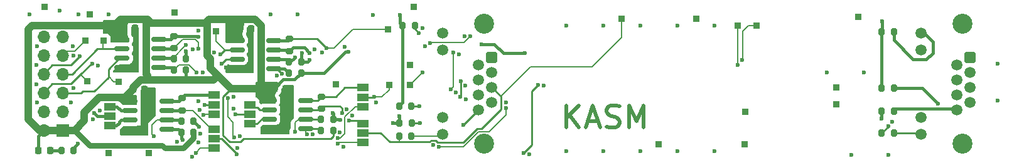
<source format=gbr>
%TF.GenerationSoftware,KiCad,Pcbnew,8.0.1*%
%TF.CreationDate,2024-07-22T07:52:40-07:00*%
%TF.ProjectId,PMOD_differential_driver,504d4f44-5f64-4696-9666-6572656e7469,1*%
%TF.SameCoordinates,Original*%
%TF.FileFunction,Copper,L1,Top*%
%TF.FilePolarity,Positive*%
%FSLAX46Y46*%
G04 Gerber Fmt 4.6, Leading zero omitted, Abs format (unit mm)*
G04 Created by KiCad (PCBNEW 8.0.1) date 2024-07-22 07:52:40*
%MOMM*%
%LPD*%
G01*
G04 APERTURE LIST*
G04 Aperture macros list*
%AMRoundRect*
0 Rectangle with rounded corners*
0 $1 Rounding radius*
0 $2 $3 $4 $5 $6 $7 $8 $9 X,Y pos of 4 corners*
0 Add a 4 corners polygon primitive as box body*
4,1,4,$2,$3,$4,$5,$6,$7,$8,$9,$2,$3,0*
0 Add four circle primitives for the rounded corners*
1,1,$1+$1,$2,$3*
1,1,$1+$1,$4,$5*
1,1,$1+$1,$6,$7*
1,1,$1+$1,$8,$9*
0 Add four rect primitives between the rounded corners*
20,1,$1+$1,$2,$3,$4,$5,0*
20,1,$1+$1,$4,$5,$6,$7,0*
20,1,$1+$1,$6,$7,$8,$9,0*
20,1,$1+$1,$8,$9,$2,$3,0*%
G04 Aperture macros list end*
%ADD10C,0.500000*%
%TA.AperFunction,NonConductor*%
%ADD11C,0.500000*%
%TD*%
%TA.AperFunction,SMDPad,CuDef*%
%ADD12RoundRect,0.200000X0.200000X0.275000X-0.200000X0.275000X-0.200000X-0.275000X0.200000X-0.275000X0*%
%TD*%
%TA.AperFunction,ComponentPad*%
%ADD13R,0.850000X0.850000*%
%TD*%
%TA.AperFunction,SMDPad,CuDef*%
%ADD14R,1.500000X1.000000*%
%TD*%
%TA.AperFunction,SMDPad,CuDef*%
%ADD15RoundRect,0.200000X-0.200000X-0.275000X0.200000X-0.275000X0.200000X0.275000X-0.200000X0.275000X0*%
%TD*%
%TA.AperFunction,ComponentPad*%
%ADD16RoundRect,0.250000X0.500000X-0.500000X0.500000X0.500000X-0.500000X0.500000X-0.500000X-0.500000X0*%
%TD*%
%TA.AperFunction,ComponentPad*%
%ADD17C,1.500000*%
%TD*%
%TA.AperFunction,ComponentPad*%
%ADD18C,2.700000*%
%TD*%
%TA.AperFunction,SMDPad,CuDef*%
%ADD19RoundRect,0.200000X-0.275000X0.200000X-0.275000X-0.200000X0.275000X-0.200000X0.275000X0.200000X0*%
%TD*%
%TA.AperFunction,SMDPad,CuDef*%
%ADD20RoundRect,0.218750X0.218750X0.256250X-0.218750X0.256250X-0.218750X-0.256250X0.218750X-0.256250X0*%
%TD*%
%TA.AperFunction,SMDPad,CuDef*%
%ADD21RoundRect,0.150000X-0.825000X-0.150000X0.825000X-0.150000X0.825000X0.150000X-0.825000X0.150000X0*%
%TD*%
%TA.AperFunction,SMDPad,CuDef*%
%ADD22RoundRect,0.225000X-0.225000X-0.250000X0.225000X-0.250000X0.225000X0.250000X-0.225000X0.250000X0*%
%TD*%
%TA.AperFunction,ComponentPad*%
%ADD23R,1.700000X1.700000*%
%TD*%
%TA.AperFunction,ComponentPad*%
%ADD24O,1.700000X1.700000*%
%TD*%
%TA.AperFunction,ViaPad*%
%ADD25C,0.600000*%
%TD*%
%TA.AperFunction,Conductor*%
%ADD26C,0.254000*%
%TD*%
%TA.AperFunction,Conductor*%
%ADD27C,0.800000*%
%TD*%
%TA.AperFunction,Conductor*%
%ADD28C,1.000000*%
%TD*%
%TA.AperFunction,Conductor*%
%ADD29C,0.400000*%
%TD*%
%TA.AperFunction,Conductor*%
%ADD30C,0.200000*%
%TD*%
%TA.AperFunction,Conductor*%
%ADD31C,0.127000*%
%TD*%
G04 APERTURE END LIST*
D10*
D11*
X190527232Y-74536857D02*
X190527232Y-71536857D01*
X192241518Y-74536857D02*
X190955804Y-72822571D01*
X192241518Y-71536857D02*
X190527232Y-73251142D01*
X193384375Y-73679714D02*
X194812947Y-73679714D01*
X193098661Y-74536857D02*
X194098661Y-71536857D01*
X194098661Y-71536857D02*
X195098661Y-74536857D01*
X195955804Y-74394000D02*
X196384376Y-74536857D01*
X196384376Y-74536857D02*
X197098661Y-74536857D01*
X197098661Y-74536857D02*
X197384376Y-74394000D01*
X197384376Y-74394000D02*
X197527233Y-74251142D01*
X197527233Y-74251142D02*
X197670090Y-73965428D01*
X197670090Y-73965428D02*
X197670090Y-73679714D01*
X197670090Y-73679714D02*
X197527233Y-73394000D01*
X197527233Y-73394000D02*
X197384376Y-73251142D01*
X197384376Y-73251142D02*
X197098661Y-73108285D01*
X197098661Y-73108285D02*
X196527233Y-72965428D01*
X196527233Y-72965428D02*
X196241518Y-72822571D01*
X196241518Y-72822571D02*
X196098661Y-72679714D01*
X196098661Y-72679714D02*
X195955804Y-72394000D01*
X195955804Y-72394000D02*
X195955804Y-72108285D01*
X195955804Y-72108285D02*
X196098661Y-71822571D01*
X196098661Y-71822571D02*
X196241518Y-71679714D01*
X196241518Y-71679714D02*
X196527233Y-71536857D01*
X196527233Y-71536857D02*
X197241518Y-71536857D01*
X197241518Y-71536857D02*
X197670090Y-71679714D01*
X198955804Y-74536857D02*
X198955804Y-71536857D01*
X198955804Y-71536857D02*
X199955804Y-73679714D01*
X199955804Y-73679714D02*
X200955804Y-71536857D01*
X200955804Y-71536857D02*
X200955804Y-74536857D01*
D12*
%TO.P,R22,1*%
%TO.N,Net-(J2-Pad12)*%
X169608934Y-75689997D03*
%TO.P,R22,2*%
%TO.N,/SPI1_SCK_2*%
X167958934Y-75689997D03*
%TD*%
D13*
%TO.P,TP19,1,1*%
%TO.N,/SPI2_SDI*%
X128117600Y-62738000D03*
%TD*%
D14*
%TO.P,JP6,1,A*%
%TO.N,/SPI2_SCK_B*%
X142975400Y-74752200D03*
%TO.P,JP6,2,C*%
%TO.N,/SPI2_SCK_2*%
X142975400Y-76052200D03*
%TO.P,JP6,3,B*%
%TO.N,/SPI2_SCK_Z*%
X142975400Y-77352200D03*
%TD*%
D13*
%TO.P,TP13,1,1*%
%TO.N,/SPI1_~{CS}*%
X120142000Y-58166000D03*
%TD*%
D14*
%TO.P,JP3,1,A*%
%TO.N,/SPI1_SCK_A*%
X163088400Y-69134200D03*
%TO.P,JP3,2,C*%
%TO.N,/SPI1_SCK_1*%
X163088400Y-70434200D03*
%TO.P,JP3,3,B*%
%TO.N,/SPI1_SCK_Y*%
X163088400Y-71734200D03*
%TD*%
D12*
%TO.P,R7,1*%
%TO.N,GND*%
X159087400Y-73449200D03*
%TO.P,R7,2*%
%TO.N,/SPI1_SCK_Z*%
X157437400Y-73449200D03*
%TD*%
D13*
%TO.P,TP15,1,1*%
%TO.N,/SPI1_SDI*%
X143256000Y-61468000D03*
%TD*%
%TO.P,TP10,1,1*%
%TO.N,/SPI2_SCK_1*%
X226923600Y-69088000D03*
%TD*%
%TO.P,TP26,1,1*%
%TO.N,GND*%
X208076800Y-59791600D03*
%TD*%
D12*
%TO.P,R10,1*%
%TO.N,GND*%
X139217200Y-65227200D03*
%TO.P,R10,2*%
%TO.N,/SPI2_SDO_Z*%
X137567200Y-65227200D03*
%TD*%
D13*
%TO.P,TP17,1,1*%
%TO.N,/SPI2_~{CS}*%
X126238000Y-59182000D03*
%TD*%
%TO.P,TP25,1,1*%
%TO.N,GND*%
X214553800Y-76784200D03*
%TD*%
D15*
%TO.P,R12,1*%
%TO.N,GND*%
X233045000Y-72331599D03*
%TO.P,R12,2*%
%TO.N,Net-(J3-Pad8)*%
X234695000Y-72331599D03*
%TD*%
D13*
%TO.P,TP1,1,1*%
%TO.N,/SPI1_SDI_A*%
X166497000Y-61188600D03*
%TD*%
D16*
%TO.P,J2,1*%
%TO.N,/SPI1_SDI_A*%
X180469933Y-65009998D03*
D17*
%TO.P,J2,2*%
%TO.N,/SPI1_SDI_B*%
X178689933Y-66029998D03*
%TO.P,J2,3*%
%TO.N,/SPI1_SDO_Z*%
X180469933Y-67049998D03*
%TO.P,J2,4*%
%TO.N,/SPI1_SCK_1*%
X178689933Y-68069998D03*
%TO.P,J2,5*%
%TO.N,/SPI1_SCK_2*%
X180469933Y-69089998D03*
%TO.P,J2,6*%
%TO.N,/SPI1_SDO_Y*%
X178689933Y-70109998D03*
%TO.P,J2,7*%
%TO.N,Net-(J2-Pad7)*%
X180469933Y-71129998D03*
%TO.P,J2,8*%
%TO.N,Net-(J2-Pad8)*%
X178689933Y-72149998D03*
%TO.P,J2,9*%
%TO.N,Net-(J2-Pad9)*%
X173869933Y-61719998D03*
%TO.P,J2,10*%
%TO.N,+3V3*%
X173869933Y-64009998D03*
%TO.P,J2,11*%
%TO.N,GND*%
X173869933Y-73149998D03*
%TO.P,J2,12*%
%TO.N,Net-(J2-Pad12)*%
X173869933Y-75439998D03*
D18*
%TO.P,J2,SH*%
%TO.N,GND*%
X179449933Y-60449998D03*
X179449933Y-76709998D03*
%TD*%
D13*
%TO.P,TP4,1,1*%
%TO.N,/SPI1_SCK_1*%
X166598600Y-68732400D03*
%TD*%
D19*
%TO.P,R19,1*%
%TO.N,/SPI1_SCK_A*%
X157500400Y-70338200D03*
%TO.P,R19,2*%
%TO.N,/SPI1_SCK_B*%
X157500400Y-71988200D03*
%TD*%
D20*
%TO.P,D1,1,K*%
%TO.N,Net-(D1-K)*%
X120908950Y-77622400D03*
%TO.P,D1,2,A*%
%TO.N,+3V3*%
X119333950Y-77622400D03*
%TD*%
D21*
%TO.P,U3,1,VCC*%
%TO.N,+3V3*%
X130594400Y-62610800D03*
%TO.P,U3,2,RO*%
%TO.N,/SPI2_SDI*%
X130594400Y-63880800D03*
%TO.P,U3,3,DI*%
%TO.N,/SPI2_SDO*%
X130594400Y-65150800D03*
%TO.P,U3,4,GND*%
%TO.N,GND*%
X130594400Y-66420800D03*
%TO.P,U3,5,Y*%
%TO.N,/SPI2_SDO_Y*%
X135544400Y-66420800D03*
%TO.P,U3,6,Z*%
%TO.N,/SPI2_SDO_Z*%
X135544400Y-65150800D03*
%TO.P,U3,7,B*%
%TO.N,/SPI2_SDI_B*%
X135544400Y-63880800D03*
%TO.P,U3,8,A*%
%TO.N,/SPI2_SDI_A*%
X135544400Y-62610800D03*
%TD*%
D22*
%TO.P,C2,1*%
%TO.N,+3V3*%
X151104000Y-69270400D03*
%TO.P,C2,2*%
%TO.N,GND*%
X152654000Y-69270400D03*
%TD*%
D13*
%TO.P,TP3,1,1*%
%TO.N,/SPI1_SDO_Z*%
X169392600Y-68757800D03*
%TD*%
%TO.P,TP18,1,1*%
%TO.N,/SPI2_SCK*%
X125653800Y-62738000D03*
%TD*%
%TO.P,TP24,1,1*%
%TO.N,GND*%
X202971400Y-76784200D03*
%TD*%
%TO.P,TP5,1,1*%
%TO.N,/SPI1_SCK_2*%
X197967600Y-59791600D03*
%TD*%
D14*
%TO.P,JP5,1,A*%
%TO.N,/SPI2_SCK_A*%
X142975400Y-70150200D03*
%TO.P,JP5,2,C*%
%TO.N,/SPI2_SCK_1*%
X142975400Y-71450200D03*
%TO.P,JP5,3,B*%
%TO.N,/SPI2_SCK_Y*%
X142975400Y-72750200D03*
%TD*%
D22*
%TO.P,C1,1*%
%TO.N,+3V3*%
X146455800Y-61137800D03*
%TO.P,C1,2*%
%TO.N,GND*%
X148005800Y-61137800D03*
%TD*%
D19*
%TO.P,R3,1*%
%TO.N,/SPI1_SDI_A*%
X153162000Y-62527200D03*
%TO.P,R3,2*%
%TO.N,/SPI1_SDI_B*%
X153162000Y-64177200D03*
%TD*%
D15*
%TO.P,R13,1*%
%TO.N,/SPI2_SCK_Y*%
X138581200Y-75163200D03*
%TO.P,R13,2*%
%TO.N,+3V3*%
X140231200Y-75163200D03*
%TD*%
%TO.P,R9,1*%
%TO.N,/SPI2_SDO_Y*%
X137567200Y-66751200D03*
%TO.P,R9,2*%
%TO.N,+3V3*%
X139217200Y-66751200D03*
%TD*%
D21*
%TO.P,U1,1,VCC*%
%TO.N,+3V3*%
X146115000Y-62717200D03*
%TO.P,U1,2,RO*%
%TO.N,/SPI1_SDI*%
X146115000Y-63987200D03*
%TO.P,U1,3,DI*%
%TO.N,/SPI1_SDO*%
X146115000Y-65257200D03*
%TO.P,U1,4,GND*%
%TO.N,GND*%
X146115000Y-66527200D03*
%TO.P,U1,5,Y*%
%TO.N,/SPI1_SDO_Y*%
X151065000Y-66527200D03*
%TO.P,U1,6,Z*%
%TO.N,/SPI1_SDO_Z*%
X151065000Y-65257200D03*
%TO.P,U1,7,B*%
%TO.N,/SPI1_SDI_B*%
X151065000Y-63987200D03*
%TO.P,U1,8,A*%
%TO.N,/SPI1_SDI_A*%
X151065000Y-62717200D03*
%TD*%
D13*
%TO.P,TP12,1,1*%
%TO.N,/SPI2_SDO_Y*%
X214655400Y-72415400D03*
%TD*%
%TO.P,TP9,1,1*%
%TO.N,/SPI2_SDO_Z*%
X229895400Y-59563000D03*
%TD*%
D23*
%TO.P,J1,1,Pin_1*%
%TO.N,+3V3*%
X122632600Y-74930000D03*
D24*
%TO.P,J1,2,Pin_2*%
%TO.N,GND*%
X122632600Y-72390000D03*
%TO.P,J1,3,Pin_3*%
%TO.N,/SPI2_SDO*%
X122632600Y-69850000D03*
%TO.P,J1,4,Pin_4*%
%TO.N,/SPI2_SDI*%
X122632600Y-67310000D03*
%TO.P,J1,5,Pin_5*%
%TO.N,/SPI2_SCK*%
X122632600Y-64770000D03*
%TO.P,J1,6,Pin_6*%
%TO.N,/SPI2_~{CS}*%
X122632600Y-62230000D03*
%TO.P,J1,7,Pin_7*%
%TO.N,+3V3*%
X120092600Y-74930000D03*
%TO.P,J1,8,Pin_8*%
%TO.N,GND*%
X120092600Y-72390000D03*
%TO.P,J1,9,Pin_9*%
%TO.N,/SPI1_SDO*%
X120092600Y-69850000D03*
%TO.P,J1,10,Pin_10*%
%TO.N,/SPI1_SDI*%
X120092600Y-67310000D03*
%TO.P,J1,11,Pin_11*%
%TO.N,/SPI1_SCK*%
X120092600Y-64770000D03*
%TO.P,J1,12,Pin_12*%
%TO.N,/SPI1_~{CS}*%
X120092600Y-62230000D03*
%TD*%
D13*
%TO.P,TP2,1,1*%
%TO.N,/SPI1_SDI_B*%
X169443400Y-66065400D03*
%TD*%
%TO.P,TP21,1,1*%
%TO.N,GND*%
X137693400Y-58928000D03*
%TD*%
%TO.P,TP7,1,1*%
%TO.N,/SPI2_SDI_A*%
X216154000Y-60731400D03*
%TD*%
D14*
%TO.P,JP2,1,A*%
%TO.N,Net-(JP2-A)*%
X128940400Y-71704200D03*
%TO.P,JP2,2,C*%
%TO.N,/SPI2_SCK*%
X128940400Y-73004200D03*
%TO.P,JP2,3,B*%
%TO.N,Net-(JP2-B)*%
X128940400Y-74304200D03*
%TD*%
%TO.P,JP1,1,A*%
%TO.N,Net-(JP1-A)*%
X147848400Y-71450200D03*
%TO.P,JP1,2,C*%
%TO.N,/SPI1_SCK*%
X147848400Y-72750200D03*
%TO.P,JP1,3,B*%
%TO.N,Net-(JP1-B)*%
X147848400Y-74050200D03*
%TD*%
D12*
%TO.P,R14,1*%
%TO.N,GND*%
X140231200Y-73639200D03*
%TO.P,R14,2*%
%TO.N,/SPI2_SCK_Z*%
X138581200Y-73639200D03*
%TD*%
D15*
%TO.P,R2,1*%
%TO.N,GND*%
X168021934Y-73911997D03*
%TO.P,R2,2*%
%TO.N,Net-(J2-Pad8)*%
X169671934Y-73911997D03*
%TD*%
D12*
%TO.P,R11,1*%
%TO.N,Net-(J3-Pad7)*%
X234695000Y-69214999D03*
%TO.P,R11,2*%
%TO.N,/SPI2_~{CS}*%
X233045000Y-69214999D03*
%TD*%
D13*
%TO.P,TP14,1,1*%
%TO.N,/SPI1_SCK*%
X128803400Y-78003400D03*
%TD*%
D14*
%TO.P,JP4,1,A*%
%TO.N,/SPI1_SCK_B*%
X163088400Y-73990200D03*
%TO.P,JP4,2,C*%
%TO.N,/SPI1_SCK_2*%
X163088400Y-75290200D03*
%TO.P,JP4,3,B*%
%TO.N,/SPI1_SCK_Z*%
X163088400Y-76590200D03*
%TD*%
D19*
%TO.P,R8,1*%
%TO.N,/SPI2_SDI_A*%
X137630200Y-62116200D03*
%TO.P,R8,2*%
%TO.N,/SPI2_SDI_B*%
X137630200Y-63766200D03*
%TD*%
D13*
%TO.P,TP6,1,1*%
%TO.N,/SPI1_SDO_Y*%
X159435800Y-68707000D03*
%TD*%
D22*
%TO.P,C3,1*%
%TO.N,+3V3*%
X130759200Y-61036200D03*
%TO.P,C3,2*%
%TO.N,GND*%
X132309200Y-61036200D03*
%TD*%
D12*
%TO.P,R4,1*%
%TO.N,GND*%
X154749000Y-65638200D03*
%TO.P,R4,2*%
%TO.N,/SPI1_SDO_Z*%
X153099000Y-65638200D03*
%TD*%
D22*
%TO.P,C4,1*%
%TO.N,+3V3*%
X132054000Y-69372000D03*
%TO.P,C4,2*%
%TO.N,GND*%
X133604000Y-69372000D03*
%TD*%
D13*
%TO.P,TP23,1,1*%
%TO.N,GND*%
X169951400Y-58191400D03*
%TD*%
D21*
%TO.P,U4,1,VCC*%
%TO.N,+3V3*%
X131672400Y-70972200D03*
%TO.P,U4,2,RO*%
%TO.N,Net-(JP2-A)*%
X131672400Y-72242200D03*
%TO.P,U4,3,DI*%
%TO.N,Net-(JP2-B)*%
X131672400Y-73512200D03*
%TO.P,U4,4,GND*%
%TO.N,GND*%
X131672400Y-74782200D03*
%TO.P,U4,5,Y*%
%TO.N,/SPI2_SCK_Y*%
X136622400Y-74782200D03*
%TO.P,U4,6,Z*%
%TO.N,/SPI2_SCK_Z*%
X136622400Y-73512200D03*
%TO.P,U4,7,B*%
%TO.N,/SPI2_SCK_B*%
X136622400Y-72242200D03*
%TO.P,U4,8,A*%
%TO.N,/SPI2_SCK_A*%
X136622400Y-70972200D03*
%TD*%
D13*
%TO.P,TP8,1,1*%
%TO.N,/SPI2_SDI_B*%
X213639400Y-60731400D03*
%TD*%
%TO.P,TP16,1,1*%
%TO.N,/SPI1_SDO*%
X125933200Y-68275200D03*
%TD*%
D21*
%TO.P,U2,1,VCC*%
%TO.N,+3V3*%
X150453400Y-70845200D03*
%TO.P,U2,2,RO*%
%TO.N,Net-(JP1-A)*%
X150453400Y-72115200D03*
%TO.P,U2,3,DI*%
%TO.N,Net-(JP1-B)*%
X150453400Y-73385200D03*
%TO.P,U2,4,GND*%
%TO.N,GND*%
X150453400Y-74655200D03*
%TO.P,U2,5,Y*%
%TO.N,/SPI1_SCK_Y*%
X155403400Y-74655200D03*
%TO.P,U2,6,Z*%
%TO.N,/SPI1_SCK_Z*%
X155403400Y-73385200D03*
%TO.P,U2,7,B*%
%TO.N,/SPI1_SCK_B*%
X155403400Y-72115200D03*
%TO.P,U2,8,A*%
%TO.N,/SPI1_SCK_A*%
X155403400Y-70845200D03*
%TD*%
D15*
%TO.P,R21,1*%
%TO.N,/SPI1_~{CS}*%
X168440600Y-60756800D03*
%TO.P,R21,2*%
%TO.N,Net-(J2-Pad9)*%
X170090600Y-60756800D03*
%TD*%
%TO.P,R6,1*%
%TO.N,/SPI1_SCK_Y*%
X157437400Y-74973200D03*
%TO.P,R6,2*%
%TO.N,+3V3*%
X159087400Y-74973200D03*
%TD*%
%TO.P,R24,1*%
%TO.N,/SPI2_~{CS}*%
X233045000Y-61595000D03*
%TO.P,R24,2*%
%TO.N,Net-(J3-Pad9)*%
X234695000Y-61595000D03*
%TD*%
D12*
%TO.P,R23,1*%
%TO.N,Net-(J3-Pad12)*%
X234695000Y-75310999D03*
%TO.P,R23,2*%
%TO.N,/SPI2_SCK_2*%
X233045000Y-75310999D03*
%TD*%
D19*
%TO.P,R20,1*%
%TO.N,/SPI2_SCK_A*%
X138657400Y-70553600D03*
%TO.P,R20,2*%
%TO.N,/SPI2_SCK_B*%
X138657400Y-72203600D03*
%TD*%
D15*
%TO.P,R5,1*%
%TO.N,/SPI1_SDO_Y*%
X153099000Y-67162200D03*
%TO.P,R5,2*%
%TO.N,+3V3*%
X154749000Y-67162200D03*
%TD*%
D16*
%TO.P,J3,1*%
%TO.N,/SPI2_SDI_A*%
X244916000Y-65009997D03*
D17*
%TO.P,J3,2*%
%TO.N,/SPI2_SDI_B*%
X243136000Y-66029997D03*
%TO.P,J3,3*%
%TO.N,/SPI2_SDO_Z*%
X244916000Y-67049997D03*
%TO.P,J3,4*%
%TO.N,/SPI2_SCK_1*%
X243136000Y-68069997D03*
%TO.P,J3,5*%
%TO.N,/SPI2_SCK_2*%
X244916000Y-69089997D03*
%TO.P,J3,6*%
%TO.N,/SPI2_SDO_Y*%
X243136000Y-70109998D03*
%TO.P,J3,7*%
%TO.N,Net-(J3-Pad7)*%
X244916000Y-71129998D03*
%TO.P,J3,8*%
%TO.N,Net-(J3-Pad8)*%
X243136000Y-72149996D03*
%TO.P,J3,9*%
%TO.N,Net-(J3-Pad9)*%
X238316000Y-61719997D03*
%TO.P,J3,10*%
%TO.N,+3V3*%
X238316000Y-64009997D03*
%TO.P,J3,11*%
%TO.N,GND*%
X238316000Y-73149997D03*
%TO.P,J3,12*%
%TO.N,Net-(J3-Pad12)*%
X238316000Y-75439997D03*
D18*
%TO.P,J3,SH*%
%TO.N,GND*%
X243896000Y-60449997D03*
X243896000Y-76709997D03*
%TD*%
D13*
%TO.P,TP22,1,1*%
%TO.N,GND*%
X134188200Y-77978000D03*
%TD*%
D12*
%TO.P,R15,1*%
%TO.N,GND*%
X124073050Y-77622400D03*
%TO.P,R15,2*%
%TO.N,Net-(D1-K)*%
X122423050Y-77622400D03*
%TD*%
%TO.P,R1,1*%
%TO.N,Net-(J2-Pad7)*%
X169608934Y-71625996D03*
%TO.P,R1,2*%
%TO.N,/SPI1_~{CS}*%
X167958934Y-71625996D03*
%TD*%
D13*
%TO.P,TP20,1,1*%
%TO.N,/SPI2_SDO*%
X130149600Y-68300600D03*
%TD*%
%TO.P,TP11,1,1*%
%TO.N,/SPI2_SCK_2*%
X226949000Y-71374000D03*
%TD*%
D25*
%TO.N,/SPI1_SCK*%
X145897600Y-72745600D03*
%TO.N,+3V3*%
X161163000Y-64262000D03*
X179095400Y-63238000D03*
X184912000Y-64473200D03*
%TO.N,/SPI2_SCK*%
X126873000Y-72593200D03*
%TO.N,Net-(J2-Pad7)*%
X170662600Y-71653400D03*
%TO.N,/SPI1_SDO_Z*%
X153924000Y-64998600D03*
X171094400Y-67049998D03*
%TO.N,/SPI1_SCK_1*%
X176199800Y-70358000D03*
X164592000Y-70408800D03*
X176326800Y-68249800D03*
%TO.N,Net-(J2-Pad8)*%
X170764200Y-73888600D03*
X176664465Y-74175465D03*
%TO.N,Net-(J2-Pad9)*%
X170637200Y-61722000D03*
%TO.N,/SPI1_SDI_A*%
X158164656Y-63755144D03*
%TO.N,GND*%
X210500000Y-77724000D03*
X133172200Y-74625200D03*
X157599344Y-64321207D03*
X234451261Y-73735997D03*
X160919194Y-72058100D03*
X151942800Y-74396600D03*
X159987400Y-75209400D03*
X119075200Y-66065400D03*
X233934000Y-78232000D03*
X155903006Y-65380367D03*
X151447734Y-67514699D03*
X123977400Y-63474600D03*
X146474508Y-75692503D03*
X122174000Y-58674000D03*
X205500000Y-77724000D03*
X147574000Y-66217800D03*
X200500000Y-77724000D03*
X230632000Y-67056000D03*
X132207000Y-62026800D03*
X144642510Y-66354099D03*
X182364000Y-71132797D03*
X140952211Y-74415362D03*
X119049800Y-68656200D03*
X152120600Y-70180200D03*
X143052800Y-64363600D03*
X176771397Y-62169997D03*
X123698000Y-71094600D03*
X145639306Y-70349779D03*
X141144907Y-75389064D03*
X132054600Y-66090800D03*
X133426200Y-70383400D03*
X146174906Y-77324844D03*
X154254200Y-59182000D03*
X190500000Y-77724000D03*
X119100600Y-71145400D03*
X154832907Y-64470921D03*
X159020736Y-72613168D03*
X159994600Y-73482200D03*
X156550348Y-63957624D03*
X176000131Y-64621306D03*
X147980400Y-62128400D03*
X248666000Y-65866000D03*
X171086427Y-61060034D03*
X141092966Y-72169849D03*
X141464193Y-67057222D03*
X150622000Y-59182000D03*
X145600487Y-72002816D03*
X195500000Y-77724000D03*
X210500000Y-60706000D03*
X119151400Y-63550800D03*
X175590200Y-69773800D03*
X124079000Y-69164200D03*
X176963386Y-70736999D03*
X228934000Y-78232000D03*
X160470163Y-77153700D03*
X248666000Y-70866000D03*
X168021000Y-72974200D03*
X124714000Y-59182000D03*
X161636685Y-72933875D03*
X124071879Y-64778108D03*
X176914873Y-68876800D03*
X137997497Y-76443000D03*
X233045000Y-73304400D03*
X200500000Y-60706000D03*
X225632000Y-67056000D03*
X185515901Y-78198942D03*
X167108603Y-73911997D03*
X118110000Y-59182000D03*
X140122169Y-63949297D03*
X164899693Y-71147264D03*
X172532025Y-76930636D03*
X140023313Y-78518287D03*
X140921844Y-70994831D03*
X139192000Y-64185800D03*
X171444854Y-63522234D03*
X127352676Y-66116836D03*
X195500000Y-60706000D03*
X164465000Y-59309000D03*
X205500000Y-60706000D03*
X128778000Y-59182000D03*
X140935200Y-61404597D03*
X140914430Y-76584830D03*
X160653740Y-63563721D03*
X124675900Y-76746100D03*
X126695200Y-73406000D03*
X187501500Y-68858412D03*
X190500000Y-60706000D03*
X127584200Y-72212200D03*
X156327349Y-75447432D03*
%TO.N,/SPI1_SDO_Y*%
X152196800Y-67233800D03*
%TO.N,/SPI1_SDI_B*%
X155918982Y-64448929D03*
%TO.N,/SPI1_SDO*%
X126585093Y-65891400D03*
X143992600Y-65887600D03*
%TO.N,/SPI1_SDI*%
X124866400Y-64871600D03*
X143840200Y-64592200D03*
%TO.N,/SPI1_~{CS}*%
X168046400Y-59258200D03*
%TO.N,/SPI2_~{CS}*%
X233095800Y-60147200D03*
%TO.N,/SPI2_SCK_Y*%
X141564445Y-72816155D03*
X138758803Y-76198603D03*
%TO.N,/SPI2_SCK_Z*%
X134899400Y-75666600D03*
X140589000Y-77952600D03*
%TO.N,/SPI2_SDI_B*%
X174920623Y-69335999D03*
X140935200Y-63893645D03*
X175234600Y-64389000D03*
X213614000Y-66029997D03*
%TO.N,/SPI2_SDI_A*%
X214202900Y-65402997D03*
X140935200Y-62204600D03*
%TO.N,Net-(J3-Pad7)*%
X240614200Y-71299997D03*
%TO.N,/SPI2_SDO_Z*%
X177571400Y-62169997D03*
X139192000Y-63385797D03*
X172135800Y-63119000D03*
%TO.N,/SPI2_SDO_Y*%
X182364000Y-71932800D03*
X144872356Y-70577356D03*
X173304200Y-77139800D03*
X145694400Y-75869800D03*
X140665200Y-67097400D03*
%TO.N,/SPI1_SCK_Z*%
X159718428Y-76745927D03*
X153949400Y-75133200D03*
%TO.N,/SPI1_SCK_Y*%
X159677701Y-75946962D03*
X155515303Y-75432296D03*
%TO.N,/SPI1_SCK_B*%
X160324800Y-72593200D03*
X161218500Y-73615876D03*
%TO.N,/SPI2_SCK_1*%
X186690000Y-68783200D03*
X141732000Y-71450200D03*
X184734200Y-78028800D03*
%TO.N,/SPI2_SCK_2*%
X146075400Y-78122500D03*
X233934000Y-74362997D03*
%TD*%
D26*
%TO.N,/SPI1_SCK*%
X147843800Y-72745600D02*
X147848400Y-72750200D01*
X145897600Y-72745600D02*
X147843800Y-72745600D01*
D27*
%TO.N,+3V3*%
X126212600Y-76936600D02*
X124206000Y-74930000D01*
D28*
X145292600Y-69270400D02*
X149682200Y-69270400D01*
X143522700Y-67500500D02*
X142671800Y-66649600D01*
D29*
X179095400Y-63238000D02*
X180814600Y-63238000D01*
D28*
X117932200Y-61214000D02*
X118466200Y-60680000D01*
D29*
X160702800Y-64262000D02*
X157802600Y-67162200D01*
X180814600Y-63238000D02*
X182049800Y-64473200D01*
D28*
X119950000Y-74930000D02*
X122490000Y-74930000D01*
D26*
X156066205Y-76073000D02*
X146980723Y-76073000D01*
D28*
X125526800Y-72466200D02*
X125526800Y-73609200D01*
X132054000Y-69372000D02*
X132054000Y-69132618D01*
X130359400Y-59861200D02*
X134035800Y-59861200D01*
X142925800Y-68097400D02*
X143522700Y-67500500D01*
D29*
X154749000Y-67162200D02*
X153874000Y-68037200D01*
D28*
X119456200Y-74930000D02*
X117932200Y-73406000D01*
D29*
X139217200Y-66751200D02*
X139217200Y-67741600D01*
D26*
X146980723Y-76073000D02*
X146556923Y-76496800D01*
X158748568Y-76074432D02*
X156067637Y-76074432D01*
D28*
X130403000Y-60680000D02*
X130759200Y-61036200D01*
D26*
X145102200Y-76496800D02*
X144229200Y-75623800D01*
D28*
X129768600Y-60680000D02*
X129768600Y-60452000D01*
X142468600Y-65193614D02*
X142468600Y-66446400D01*
X117932200Y-73406000D02*
X117932200Y-61214000D01*
X142316200Y-59861200D02*
X142052800Y-60124600D01*
D29*
X119333950Y-75688650D02*
X120092600Y-74930000D01*
D27*
X136372600Y-77343000D02*
X135966200Y-76936600D01*
D28*
X132054000Y-69132618D02*
X133089218Y-68097400D01*
X134035800Y-68097400D02*
X134035800Y-67462400D01*
X149390000Y-60732618D02*
X149390000Y-68978200D01*
X129768600Y-60452000D02*
X130359400Y-59861200D01*
X134035800Y-67462400D02*
X133869400Y-67296000D01*
X127533400Y-70459600D02*
X125526800Y-72466200D01*
D30*
X131159800Y-70459600D02*
X131672400Y-70972200D01*
D26*
X159087400Y-74973200D02*
X159087400Y-75735600D01*
D29*
X119333950Y-77622400D02*
X119333950Y-75688650D01*
D28*
X130966400Y-70459600D02*
X127533400Y-70459600D01*
D27*
X135966200Y-76936600D02*
X126212600Y-76936600D01*
D29*
X157802600Y-67162200D02*
X154749000Y-67162200D01*
D28*
X125526800Y-73609200D02*
X124206000Y-74930000D01*
D30*
X130966400Y-70459600D02*
X131159800Y-70459600D01*
D29*
X161163000Y-64262000D02*
X160702800Y-64262000D01*
D28*
X119950000Y-74930000D02*
X119456200Y-74930000D01*
D26*
X159087400Y-75735600D02*
X158748568Y-76074432D01*
D29*
X153874000Y-68037200D02*
X152337200Y-68037200D01*
X182049800Y-64473200D02*
X184912000Y-64473200D01*
D28*
X142316200Y-59861200D02*
X145179200Y-59861200D01*
X142052800Y-64777814D02*
X142468600Y-65193614D01*
X133869400Y-67296000D02*
X133869400Y-60027600D01*
X118466200Y-60680000D02*
X129768600Y-60680000D01*
X134035800Y-68097400D02*
X142925800Y-68097400D01*
X124206000Y-74930000D02*
X122490000Y-74930000D01*
X145179200Y-59861200D02*
X148518582Y-59861200D01*
X149390000Y-68978200D02*
X149682200Y-69270400D01*
X134550400Y-60375800D02*
X141801600Y-60375800D01*
X129768600Y-60680000D02*
X130403000Y-60680000D01*
D26*
X144229200Y-70333800D02*
X145292600Y-69270400D01*
D28*
X142468600Y-66446400D02*
X142671800Y-66649600D01*
X145179200Y-59861200D02*
X146455800Y-61137800D01*
X134035800Y-59861200D02*
X134550400Y-60375800D01*
D26*
X144229200Y-75623800D02*
X144229200Y-70333800D01*
X156067637Y-76074432D02*
X156066205Y-76073000D01*
D28*
X132054000Y-69372000D02*
X130966400Y-70459600D01*
D27*
X140231200Y-75163200D02*
X140231200Y-75999000D01*
D26*
X146556923Y-76496800D02*
X145102200Y-76496800D01*
D29*
X152337200Y-68037200D02*
X151104000Y-69270400D01*
D27*
X140231200Y-75999000D02*
X138887200Y-77343000D01*
X138887200Y-77343000D02*
X136372600Y-77343000D01*
D28*
X142671800Y-66649600D02*
X145292600Y-69270400D01*
X149682200Y-69270400D02*
X151104000Y-69270400D01*
X142052800Y-60124600D02*
X142052800Y-64777814D01*
D29*
X139217200Y-67741600D02*
X139217400Y-67741800D01*
D28*
X133089218Y-68097400D02*
X134035800Y-68097400D01*
X141801600Y-60375800D02*
X142316200Y-59861200D01*
X148518582Y-59861200D02*
X149390000Y-60732618D01*
X133869400Y-60027600D02*
X134035800Y-59861200D01*
D29*
%TO.N,/SPI2_SCK*%
X127284000Y-73004200D02*
X128940400Y-73004200D01*
D30*
X123224492Y-64178108D02*
X124188292Y-64178108D01*
D29*
X126873000Y-72593200D02*
X127284000Y-73004200D01*
D30*
X124188292Y-64178108D02*
X125374400Y-62992000D01*
X122632600Y-64770000D02*
X123224492Y-64178108D01*
D26*
%TO.N,Net-(J2-Pad7)*%
X169608934Y-71625996D02*
X170635196Y-71625996D01*
X170635196Y-71625996D02*
X170662600Y-71653400D01*
D31*
%TO.N,/SPI1_SDO_Z*%
X171094400Y-67056000D02*
X169392600Y-68757800D01*
D29*
X151065000Y-65257200D02*
X152718000Y-65257200D01*
D31*
X153284400Y-65638200D02*
X153099000Y-65638200D01*
X171094400Y-67049998D02*
X171094400Y-67056000D01*
D29*
X152718000Y-65257200D02*
X153099000Y-65638200D01*
X153924000Y-64998600D02*
X153284400Y-65638200D01*
D26*
%TO.N,/SPI1_SCK_1*%
X176199800Y-70358000D02*
X176250600Y-70307200D01*
X176250600Y-70307200D02*
X176250600Y-68326000D01*
D31*
X164592000Y-70408800D02*
X165608000Y-70408800D01*
D26*
X176250600Y-68326000D02*
X176326800Y-68249800D01*
D31*
X165608000Y-70408800D02*
X166598600Y-69418200D01*
D26*
X164566600Y-70434200D02*
X164592000Y-70408800D01*
X163088400Y-70434200D02*
X164566600Y-70434200D01*
D31*
X166598600Y-69418200D02*
X166598600Y-68732400D01*
D26*
%TO.N,Net-(J2-Pad8)*%
X170740803Y-73911997D02*
X170764200Y-73888600D01*
X169671934Y-73911997D02*
X170740803Y-73911997D01*
X176664465Y-74175465D02*
X178689933Y-72149997D01*
%TO.N,Net-(J2-Pad9)*%
X170090600Y-60756800D02*
X170090600Y-61175400D01*
X170090600Y-61175400D02*
X170637200Y-61722000D01*
D29*
%TO.N,/SPI1_SDI_A*%
X151065000Y-62717200D02*
X152972000Y-62717200D01*
D26*
X158164656Y-63755144D02*
X156936712Y-62527200D01*
D31*
X158164656Y-63755144D02*
X159155256Y-63755144D01*
D26*
X156936712Y-62527200D02*
X153162000Y-62527200D01*
D31*
X159155256Y-63755144D02*
X161721800Y-61188600D01*
D29*
X152972000Y-62717200D02*
X153162000Y-62527200D01*
D31*
X161721800Y-61188600D02*
X166497000Y-61188600D01*
D29*
%TO.N,GND*%
X124675900Y-76746100D02*
X124073050Y-77348950D01*
X168021934Y-73911997D02*
X168021934Y-72975134D01*
X168021934Y-72975134D02*
X168021000Y-72974200D01*
X140231200Y-73694351D02*
X140231200Y-73639200D01*
X159087400Y-72679832D02*
X159020736Y-72613168D01*
X159087400Y-73449200D02*
X159087400Y-72679832D01*
X139217200Y-64211000D02*
X139192000Y-64185800D01*
X233045000Y-72331599D02*
X233045000Y-73304400D01*
X139217200Y-65227200D02*
X139217200Y-64211000D01*
X167108603Y-73911997D02*
X168021934Y-73911997D01*
X124073050Y-77348950D02*
X124073050Y-77622400D01*
X154749000Y-64554828D02*
X154749000Y-65638200D01*
X155645173Y-65638200D02*
X154749000Y-65638200D01*
X155903006Y-65380367D02*
X155645173Y-65638200D01*
X159087400Y-73449200D02*
X159961600Y-73449200D01*
X154832907Y-64470921D02*
X154749000Y-64554828D01*
X140952211Y-74415362D02*
X140231200Y-73694351D01*
X159961600Y-73449200D02*
X159994600Y-73482200D01*
D26*
%TO.N,/SPI1_SCK_2*%
X173568110Y-76516998D02*
X176644802Y-76516998D01*
D31*
X181686668Y-70306732D02*
X181686668Y-70281332D01*
D26*
X173134400Y-76512800D02*
X173563912Y-76512800D01*
X181737000Y-70357064D02*
X181686668Y-70306732D01*
D31*
X194005200Y-66319400D02*
X197967600Y-62357000D01*
D26*
X166687397Y-76491997D02*
X167944800Y-76491997D01*
D31*
X185648600Y-66319400D02*
X194005200Y-66319400D01*
D26*
X163088400Y-75290200D02*
X165485600Y-75290200D01*
D31*
X167958934Y-76477863D02*
X167944800Y-76491997D01*
D26*
X178460400Y-74701400D02*
X179095400Y-74701400D01*
D31*
X181686668Y-70281332D02*
X185648600Y-66319400D01*
D26*
X167944800Y-76491997D02*
X172083952Y-76491997D01*
X181686668Y-70306732D02*
X180469934Y-69089998D01*
X172083952Y-76491997D02*
X172272313Y-76303636D01*
X172272313Y-76303636D02*
X172925236Y-76303636D01*
X176644802Y-76516998D02*
X178460400Y-74701400D01*
X172925236Y-76303636D02*
X173134400Y-76512800D01*
X181737000Y-72059800D02*
X181737000Y-70357064D01*
X165485600Y-75290200D02*
X166687397Y-76491997D01*
D31*
X197967600Y-62357000D02*
X197967600Y-59791600D01*
D26*
X179095400Y-74701400D02*
X181737000Y-72059800D01*
D31*
X167958934Y-75689997D02*
X167958934Y-76477863D01*
D26*
X173563912Y-76512800D02*
X173568110Y-76516998D01*
D29*
%TO.N,/SPI1_SDO_Y*%
X151065000Y-66527200D02*
X152464000Y-66527200D01*
D26*
X152196800Y-67233800D02*
X151490200Y-66527200D01*
X151490200Y-66527200D02*
X151065000Y-66527200D01*
D29*
X152464000Y-66527200D02*
X153099000Y-67162200D01*
%TO.N,/SPI1_SDI_B*%
X155165653Y-63695600D02*
X153643600Y-63695600D01*
X152972000Y-63987200D02*
X153162000Y-64177200D01*
X155918982Y-64448929D02*
X155165653Y-63695600D01*
X151065000Y-63987200D02*
X152972000Y-63987200D01*
X153643600Y-63695600D02*
X153162000Y-64177200D01*
D31*
%TO.N,Net-(J2-Pad12)*%
X169608934Y-75689997D02*
X173619934Y-75689997D01*
X173619934Y-75689997D02*
X173869933Y-75439998D01*
D26*
%TO.N,/SPI2_SDO*%
X128752600Y-66608864D02*
X130210664Y-65150800D01*
X128752600Y-67564000D02*
X128752600Y-66608864D01*
X128752600Y-67741800D02*
X128752600Y-67564000D01*
X125068445Y-69850000D02*
X125285845Y-69632600D01*
D30*
X128752600Y-67564000D02*
X129489200Y-68300600D01*
X129489200Y-68300600D02*
X130149600Y-68300600D01*
D26*
X125285845Y-69632600D02*
X126861800Y-69632600D01*
X130210664Y-65150800D02*
X130594400Y-65150800D01*
X126861800Y-69632600D02*
X128752600Y-67741800D01*
X122490000Y-69850000D02*
X125068445Y-69850000D01*
%TO.N,/SPI1_SDO*%
X124994544Y-67361944D02*
X123725688Y-68630800D01*
X123725688Y-68630800D02*
X121169200Y-68630800D01*
X146115000Y-65257200D02*
X144623000Y-65257200D01*
X121169200Y-68630800D02*
X119950000Y-69850000D01*
D31*
X125019944Y-67361944D02*
X124994544Y-67361944D01*
D26*
X126465088Y-65891400D02*
X124994544Y-67361944D01*
X126585093Y-65891400D02*
X126465088Y-65891400D01*
D31*
X125933200Y-68275200D02*
X125019944Y-67361944D01*
D26*
X144623000Y-65257200D02*
X143992600Y-65887600D01*
%TO.N,/SPI1_SDI*%
X123672600Y-66065400D02*
X124866400Y-64871600D01*
D30*
X143256000Y-62798000D02*
X144445200Y-63987200D01*
X143256000Y-61468000D02*
X143256000Y-62798000D01*
D26*
X121194600Y-66065400D02*
X123672600Y-66065400D01*
X143840200Y-64592200D02*
X144445200Y-63987200D01*
X119950000Y-67310000D02*
X121194600Y-66065400D01*
X144445200Y-63987200D02*
X146115000Y-63987200D01*
D29*
%TO.N,/SPI1_~{CS}*%
X167958934Y-71625996D02*
X168452800Y-71132130D01*
X168046400Y-59258200D02*
X168046400Y-60362600D01*
X168046400Y-60362600D02*
X168440600Y-60756800D01*
X168452800Y-71132130D02*
X168452800Y-60769000D01*
X168452800Y-60769000D02*
X168440600Y-60756800D01*
%TO.N,/SPI2_~{CS}*%
X233095800Y-61544200D02*
X233045000Y-61595000D01*
X233045000Y-69214999D02*
X233045000Y-61595000D01*
X233095800Y-60147200D02*
X233095800Y-61544200D01*
D31*
%TO.N,/SPI2_SDI*%
X128041400Y-62814200D02*
X128041400Y-63880800D01*
D26*
X122490000Y-67310000D02*
X123875800Y-67310000D01*
X123875800Y-67310000D02*
X127305000Y-63880800D01*
X127305000Y-63880800D02*
X128041400Y-63880800D01*
X128041400Y-63880800D02*
X130594400Y-63880800D01*
D31*
X128117600Y-62738000D02*
X128041400Y-62814200D01*
D29*
%TO.N,/SPI2_SCK_Y*%
X136622400Y-74782200D02*
X138200200Y-74782200D01*
D31*
X141564445Y-72816155D02*
X141630400Y-72750200D01*
D29*
X138581200Y-76021000D02*
X138581200Y-75163200D01*
X138200200Y-74782200D02*
X138581200Y-75163200D01*
X138758803Y-76198603D02*
X138581200Y-76021000D01*
D31*
X141630400Y-72750200D02*
X142975400Y-72750200D01*
D29*
%TO.N,/SPI2_SCK_Z*%
X138454200Y-73512200D02*
X138581200Y-73639200D01*
D31*
X140589000Y-77952600D02*
X141189400Y-77352200D01*
X135326600Y-73512200D02*
X134670800Y-74168000D01*
D29*
X136622400Y-73512200D02*
X138454200Y-73512200D01*
D31*
X134670800Y-75438000D02*
X134899400Y-75666600D01*
X134670800Y-74168000D02*
X134670800Y-75438000D01*
X136622400Y-73512200D02*
X135326600Y-73512200D01*
X141189400Y-77352200D02*
X142975400Y-77352200D01*
%TO.N,/SPI2_SDI_B*%
X213639400Y-66004597D02*
X213614000Y-66029997D01*
X213639400Y-60731400D02*
X213639400Y-66004597D01*
X175234600Y-69022022D02*
X175234600Y-64389000D01*
X174920623Y-69335999D02*
X175234600Y-69022022D01*
D29*
X135544400Y-63880800D02*
X137515600Y-63880800D01*
X137515600Y-63880800D02*
X137630200Y-63766200D01*
D31*
X140935200Y-63008000D02*
X140512800Y-62585600D01*
X140935200Y-63893645D02*
X140935200Y-63008000D01*
X140512800Y-62585600D02*
X138810800Y-62585600D01*
X138810800Y-62585600D02*
X137630200Y-63766200D01*
D29*
%TO.N,Net-(J3-Pad8)*%
X234695000Y-72331599D02*
X235026602Y-71999997D01*
X235026602Y-71999997D02*
X242986001Y-71999997D01*
X242986001Y-71999997D02*
X243136000Y-72149996D01*
%TO.N,Net-(J3-Pad9)*%
X237286800Y-65278000D02*
X239064800Y-65278000D01*
X239928400Y-62915800D02*
X238732597Y-61719997D01*
X234695000Y-61595000D02*
X234695000Y-62686200D01*
X239064800Y-65278000D02*
X239928400Y-64414400D01*
X234695000Y-62686200D02*
X237286800Y-65278000D01*
X238732597Y-61719997D02*
X238316000Y-61719997D01*
X239928400Y-64414400D02*
X239928400Y-62915800D01*
D31*
%TO.N,/SPI2_SDI_A*%
X214202900Y-65402997D02*
X214325200Y-65280697D01*
X214325200Y-65280697D02*
X214325200Y-61468000D01*
D29*
X137135600Y-62610800D02*
X137630200Y-62116200D01*
X135544400Y-62610800D02*
X137135600Y-62610800D01*
D31*
X215061800Y-60731400D02*
X216154000Y-60731400D01*
D29*
X140846800Y-62116200D02*
X140935200Y-62204600D01*
X137630200Y-62116200D02*
X140846800Y-62116200D01*
D31*
X214325200Y-61468000D02*
X215061800Y-60731400D01*
D29*
%TO.N,Net-(J3-Pad7)*%
X240614200Y-71299997D02*
X238529202Y-69214999D01*
X238529202Y-69214999D02*
X234695000Y-69214999D01*
D26*
%TO.N,Net-(J3-Pad12)*%
X234695000Y-75310999D02*
X238187002Y-75310999D01*
X238187002Y-75310999D02*
X238316000Y-75439997D01*
D29*
%TO.N,/SPI2_SDO_Z*%
X135544400Y-65150800D02*
X137490800Y-65150800D01*
X137490800Y-65150800D02*
X137567200Y-65227200D01*
D31*
X138958590Y-63619207D02*
X138958590Y-63622300D01*
X139192000Y-63385797D02*
X138958590Y-63619207D01*
X138958590Y-63622300D02*
X137567200Y-65013690D01*
X137567200Y-65013690D02*
X137567200Y-65227200D01*
X176744899Y-62996498D02*
X177571400Y-62169997D01*
X172258302Y-62996498D02*
X176744899Y-62996498D01*
X172135800Y-63119000D02*
X172258302Y-62996498D01*
%TO.N,/SPI2_SDO_Y*%
X176606200Y-77139800D02*
X178649502Y-75096498D01*
D29*
X137236800Y-66420800D02*
X137567200Y-66751200D01*
D31*
X173304200Y-77139800D02*
X176606200Y-77139800D01*
X145588100Y-73807700D02*
X144872356Y-73091956D01*
X145694400Y-75869800D02*
X145588100Y-75763500D01*
X138305700Y-66012700D02*
X139614730Y-66012700D01*
X180088464Y-75096498D02*
X182364000Y-72820962D01*
X140665200Y-67063170D02*
X140665200Y-67097400D01*
X182364000Y-72820962D02*
X182364000Y-71932800D01*
X178649502Y-75096498D02*
X180088464Y-75096498D01*
X137567200Y-66751200D02*
X138305700Y-66012700D01*
X144872356Y-73091956D02*
X144872356Y-70577356D01*
X139614730Y-66012700D02*
X140665200Y-67063170D01*
D29*
X135544400Y-66420800D02*
X137236800Y-66420800D01*
D31*
X145588100Y-75763500D02*
X145588100Y-73807700D01*
D26*
%TO.N,Net-(JP1-A)*%
X148818600Y-71780400D02*
X148178600Y-71780400D01*
X150453400Y-72115200D02*
X149153400Y-72115200D01*
X148178600Y-71780400D02*
X147848400Y-71450200D01*
X149153400Y-72115200D02*
X148818600Y-71780400D01*
%TO.N,Net-(JP1-B)*%
X149478401Y-73385200D02*
X148813401Y-74050200D01*
X150453400Y-73385200D02*
X149478401Y-73385200D01*
X148813401Y-74050200D02*
X147848400Y-74050200D01*
D29*
%TO.N,Net-(JP2-B)*%
X130475200Y-73512200D02*
X130200400Y-73787000D01*
X131672400Y-73512200D02*
X130475200Y-73512200D01*
X130200400Y-73787000D02*
X130200400Y-73930300D01*
X129826500Y-74304200D02*
X128940400Y-74304200D01*
X130200400Y-73930300D02*
X129826500Y-74304200D01*
%TO.N,Net-(JP2-A)*%
X130459000Y-72242200D02*
X129921000Y-71704200D01*
X131672400Y-72242200D02*
X130459000Y-72242200D01*
X129921000Y-71704200D02*
X128940400Y-71704200D01*
D26*
%TO.N,/SPI1_SCK_A*%
X156993400Y-70845200D02*
X157500400Y-70338200D01*
X160659600Y-69134200D02*
X163088400Y-69134200D01*
X157500400Y-70338200D02*
X159455600Y-70338200D01*
X159455600Y-70338200D02*
X160659600Y-69134200D01*
X155403400Y-70845200D02*
X156993400Y-70845200D01*
D31*
%TO.N,/SPI1_SCK_Z*%
X159874155Y-76590200D02*
X163088400Y-76590200D01*
X153949400Y-73864201D02*
X154428401Y-73385200D01*
D26*
X157373400Y-73385200D02*
X157437400Y-73449200D01*
X155403400Y-73385200D02*
X157373400Y-73385200D01*
D31*
X153949400Y-75133200D02*
X153949400Y-73864201D01*
X159718428Y-76745927D02*
X159874155Y-76590200D01*
X154428401Y-73385200D02*
X155403400Y-73385200D01*
D26*
%TO.N,/SPI1_SCK_Y*%
X157119400Y-74655200D02*
X157437400Y-74973200D01*
D31*
X160655000Y-75338710D02*
X160655000Y-73119204D01*
X160046748Y-75946962D02*
X160655000Y-75338710D01*
X160655000Y-73119204D02*
X162040004Y-71734200D01*
X155403400Y-75320393D02*
X155403400Y-74655200D01*
D26*
X155403400Y-74655200D02*
X157119400Y-74655200D01*
D31*
X159677701Y-75946962D02*
X160046748Y-75946962D01*
X162040004Y-71734200D02*
X163088400Y-71734200D01*
X155515303Y-75432296D02*
X155403400Y-75320393D01*
D26*
%TO.N,/SPI1_SCK_B*%
X160324800Y-72593200D02*
X160292194Y-72560594D01*
X160292194Y-71925594D02*
X159969200Y-71602600D01*
X161218500Y-73615876D02*
X162714076Y-73615876D01*
X160292194Y-72560594D02*
X160292194Y-71925594D01*
X155403400Y-72115200D02*
X157373400Y-72115200D01*
X159969200Y-71602600D02*
X157886000Y-71602600D01*
X157886000Y-71602600D02*
X157500400Y-71988200D01*
X162714076Y-73615876D02*
X163088400Y-73990200D01*
X157373400Y-72115200D02*
X157500400Y-71988200D01*
D29*
%TO.N,/SPI2_SCK_A*%
X136622400Y-70972200D02*
X138238800Y-70972200D01*
X139060800Y-70150200D02*
X142975400Y-70150200D01*
X138657400Y-70553600D02*
X139060800Y-70150200D01*
X138238800Y-70972200D02*
X138657400Y-70553600D01*
D26*
%TO.N,/SPI2_SCK_1*%
X186690000Y-68783200D02*
X185871402Y-69601798D01*
X141732000Y-71450200D02*
X142975400Y-71450200D01*
X185871402Y-69601798D02*
X185871402Y-76891598D01*
X185871402Y-76891598D02*
X184734200Y-78028800D01*
%TO.N,/SPI2_SCK_2*%
X233045000Y-75310999D02*
X233934000Y-74421999D01*
X144015548Y-76052200D02*
X142975400Y-76052200D01*
X146075400Y-78112052D02*
X144015548Y-76052200D01*
X146075400Y-78122500D02*
X146075400Y-78112052D01*
D31*
X233934000Y-74421999D02*
X233934000Y-74362997D01*
D29*
%TO.N,/SPI2_SCK_B*%
X136622400Y-72242200D02*
X138618800Y-72242200D01*
D31*
X138657400Y-72203600D02*
X140154980Y-72203600D01*
X140154980Y-72203600D02*
X142703580Y-74752200D01*
X142703580Y-74752200D02*
X142975400Y-74752200D01*
D29*
X138618800Y-72242200D02*
X138657400Y-72203600D01*
%TO.N,Net-(D1-K)*%
X120908950Y-77622400D02*
X122423050Y-77622400D01*
%TD*%
%TA.AperFunction,Conductor*%
%TO.N,+3V3*%
G36*
X147059839Y-60090685D02*
G01*
X147105594Y-60143489D01*
X147116800Y-60195000D01*
X147116800Y-60511329D01*
X147097115Y-60578368D01*
X147090723Y-60587401D01*
X147057531Y-60630127D01*
X147057498Y-60630170D01*
X147057486Y-60630184D01*
X147057482Y-60630191D01*
X146986285Y-60755222D01*
X146986285Y-60755223D01*
X146953198Y-60895248D01*
X146946971Y-60964844D01*
X146950621Y-61032967D01*
X146950799Y-61039601D01*
X146950799Y-61174342D01*
X146948416Y-61198533D01*
X146929805Y-61292096D01*
X146925895Y-61306906D01*
X146920234Y-61323989D01*
X146911431Y-61358859D01*
X146900783Y-61419232D01*
X146897850Y-61431923D01*
X146897253Y-61434000D01*
X146878052Y-61512468D01*
X146878049Y-61512484D01*
X146871758Y-61551470D01*
X146871754Y-61551499D01*
X146865300Y-61632005D01*
X146865300Y-62026693D01*
X146868197Y-62080741D01*
X146868197Y-62080742D01*
X146871029Y-62107075D01*
X146871032Y-62107102D01*
X146879685Y-62160498D01*
X146879685Y-62160500D01*
X146908750Y-62238423D01*
X146929968Y-62295310D01*
X146952355Y-62336309D01*
X146963451Y-62356630D01*
X147049678Y-62471815D01*
X147049814Y-62471972D01*
X147050280Y-62472619D01*
X147052331Y-62475359D01*
X147052280Y-62475397D01*
X147062834Y-62490054D01*
X147066159Y-62495676D01*
X147078501Y-62524196D01*
X147080075Y-62529613D01*
X147085000Y-62564209D01*
X147085000Y-62870186D01*
X147080073Y-62904794D01*
X147078498Y-62910213D01*
X147066157Y-62938726D01*
X147024734Y-63008769D01*
X147021165Y-63014448D01*
X147013782Y-63025518D01*
X147010704Y-63031415D01*
X147010670Y-63031397D01*
X147010120Y-63032549D01*
X147010337Y-63032658D01*
X147001425Y-63050474D01*
X146953828Y-63101625D01*
X146890526Y-63119000D01*
X144700800Y-63119000D01*
X144633761Y-63099315D01*
X144588006Y-63046511D01*
X144576800Y-62995000D01*
X144576800Y-60195000D01*
X144596485Y-60127961D01*
X144649289Y-60082206D01*
X144700800Y-60071000D01*
X146992800Y-60071000D01*
X147059839Y-60090685D01*
G37*
%TD.AperFunction*%
%TD*%
%TA.AperFunction,Conductor*%
%TO.N,+3V3*%
G36*
X151581039Y-68345685D02*
G01*
X151626794Y-68398489D01*
X151638000Y-68450000D01*
X151638000Y-69088587D01*
X151632977Y-69123522D01*
X151619477Y-69169495D01*
X151619476Y-69169500D01*
X151598998Y-69311929D01*
X151598744Y-69315487D01*
X151596678Y-69330821D01*
X151578002Y-69424709D01*
X151574093Y-69439515D01*
X151568422Y-69456630D01*
X151568418Y-69456645D01*
X151559626Y-69491481D01*
X151559624Y-69491488D01*
X151549002Y-69551731D01*
X151544592Y-69569203D01*
X151534304Y-69600249D01*
X151522139Y-69626337D01*
X151510356Y-69645442D01*
X151492496Y-69668030D01*
X151427316Y-69733210D01*
X151427268Y-69733255D01*
X151417135Y-69743391D01*
X151417134Y-69743390D01*
X151417106Y-69743420D01*
X151405904Y-69754621D01*
X151404917Y-69757986D01*
X151397158Y-69768748D01*
X151351706Y-69825156D01*
X151323212Y-69869493D01*
X151274829Y-69966148D01*
X151274827Y-69966155D01*
X151244248Y-70106727D01*
X151244247Y-70106739D01*
X151239263Y-70176429D01*
X151239263Y-70176432D01*
X151249527Y-70319942D01*
X151290135Y-70428816D01*
X151299809Y-70454751D01*
X151333294Y-70516074D01*
X151365590Y-70559216D01*
X151373047Y-70570393D01*
X151404560Y-70623678D01*
X151416901Y-70652194D01*
X151418473Y-70657603D01*
X151423400Y-70692209D01*
X151423400Y-70998186D01*
X151418473Y-71032794D01*
X151416898Y-71038213D01*
X151404557Y-71066726D01*
X151363134Y-71136769D01*
X151359565Y-71142448D01*
X151352182Y-71153518D01*
X151349104Y-71159415D01*
X151349070Y-71159397D01*
X151348519Y-71160550D01*
X151348737Y-71160659D01*
X151347249Y-71163632D01*
X151347248Y-71163635D01*
X151305957Y-71246176D01*
X151258362Y-71297325D01*
X151195060Y-71314700D01*
X149562698Y-71314700D01*
X149525832Y-71317601D01*
X149525826Y-71317602D01*
X149377264Y-71360764D01*
X149307394Y-71360565D01*
X149254987Y-71329368D01*
X149218611Y-71292991D01*
X149218607Y-71292988D01*
X149154008Y-71249824D01*
X149109203Y-71196212D01*
X149098899Y-71146722D01*
X149098899Y-70902329D01*
X149098898Y-70902323D01*
X149092491Y-70842716D01*
X149042197Y-70707871D01*
X149042193Y-70707864D01*
X148955947Y-70592655D01*
X148955944Y-70592652D01*
X148840735Y-70506406D01*
X148840728Y-70506402D01*
X148705883Y-70456109D01*
X148700741Y-70455556D01*
X148636191Y-70428816D01*
X148596344Y-70371423D01*
X148590000Y-70332267D01*
X148590000Y-68450000D01*
X148609685Y-68382961D01*
X148662489Y-68337206D01*
X148714000Y-68326000D01*
X151514000Y-68326000D01*
X151581039Y-68345685D01*
G37*
%TD.AperFunction*%
%TD*%
%TA.AperFunction,Conductor*%
%TO.N,GND*%
G36*
X135071039Y-69117585D02*
G01*
X135116794Y-69170389D01*
X135128000Y-69221900D01*
X135128000Y-72904018D01*
X135108315Y-72971057D01*
X135066001Y-73011405D01*
X134980296Y-73060887D01*
X134980293Y-73060889D01*
X134219489Y-73821693D01*
X134219485Y-73821699D01*
X134145236Y-73950301D01*
X134145235Y-73950304D01*
X134106800Y-74093748D01*
X134106800Y-75466400D01*
X134087115Y-75533439D01*
X134034311Y-75579194D01*
X133982800Y-75590400D01*
X130426000Y-75590400D01*
X130358961Y-75570715D01*
X130313206Y-75517911D01*
X130302000Y-75466400D01*
X130302000Y-74870718D01*
X130321685Y-74803679D01*
X130338315Y-74783041D01*
X130744513Y-74376843D01*
X130746952Y-74373194D01*
X130750551Y-74367806D01*
X130804165Y-74323003D01*
X130853652Y-74312700D01*
X132563086Y-74312700D01*
X132563094Y-74312700D01*
X132599969Y-74309798D01*
X132599971Y-74309797D01*
X132599973Y-74309797D01*
X132641591Y-74297705D01*
X132757798Y-74263944D01*
X132758968Y-74263251D01*
X132761984Y-74261469D01*
X132825106Y-74244200D01*
X133096000Y-74244200D01*
X133096000Y-73951068D01*
X133100924Y-73916473D01*
X133144997Y-73764773D01*
X133144998Y-73764767D01*
X133147900Y-73727894D01*
X133147900Y-73296506D01*
X133144998Y-73259631D01*
X133117765Y-73165896D01*
X133100924Y-73107928D01*
X133096000Y-73073333D01*
X133096000Y-72681068D01*
X133100924Y-72646473D01*
X133144997Y-72494773D01*
X133144998Y-72494767D01*
X133147899Y-72457901D01*
X133147900Y-72457894D01*
X133147900Y-72026506D01*
X133144998Y-71989631D01*
X133121435Y-71908528D01*
X133100924Y-71837928D01*
X133096000Y-71803333D01*
X133096000Y-71411068D01*
X133100924Y-71376473D01*
X133144997Y-71224773D01*
X133144998Y-71224767D01*
X133147899Y-71187901D01*
X133147900Y-71187894D01*
X133147900Y-70756506D01*
X133144998Y-70719631D01*
X133100924Y-70567928D01*
X133096000Y-70533333D01*
X133096000Y-69556899D01*
X133115685Y-69489860D01*
X133132313Y-69469224D01*
X133467321Y-69134216D01*
X133528643Y-69100734D01*
X133555001Y-69097900D01*
X135004000Y-69097900D01*
X135071039Y-69117585D01*
G37*
%TD.AperFunction*%
%TD*%
%TA.AperFunction,Conductor*%
%TO.N,+3V3*%
G36*
X128551848Y-59950958D02*
G01*
X128598745Y-59967368D01*
X128598750Y-59967369D01*
X128777996Y-59987565D01*
X128778000Y-59987565D01*
X128778004Y-59987565D01*
X128957249Y-59967369D01*
X128957252Y-59967368D01*
X128957255Y-59967368D01*
X129004152Y-59950957D01*
X129045107Y-59944000D01*
X131448000Y-59944000D01*
X131515039Y-59963685D01*
X131560794Y-60016489D01*
X131572000Y-60068000D01*
X131572000Y-60221026D01*
X131552315Y-60288065D01*
X131535681Y-60308707D01*
X131511232Y-60333155D01*
X131511229Y-60333159D01*
X131422201Y-60477494D01*
X131422196Y-60477505D01*
X131368851Y-60638490D01*
X131358700Y-60737847D01*
X131358700Y-60765093D01*
X131353677Y-60800029D01*
X131340976Y-60843282D01*
X131320500Y-60985701D01*
X131320500Y-61896093D01*
X131323397Y-61950141D01*
X131323397Y-61950142D01*
X131326229Y-61976475D01*
X131326232Y-61976502D01*
X131334885Y-62029898D01*
X131334885Y-62029900D01*
X131385166Y-62164705D01*
X131385168Y-62164710D01*
X131418653Y-62226033D01*
X131418654Y-62226035D01*
X131425917Y-62235738D01*
X131443687Y-62269087D01*
X131481211Y-62376323D01*
X131481215Y-62376331D01*
X131545393Y-62478468D01*
X131564400Y-62544440D01*
X131564400Y-62763786D01*
X131559473Y-62798394D01*
X131557898Y-62803813D01*
X131545557Y-62832326D01*
X131504134Y-62902369D01*
X131500565Y-62908048D01*
X131493182Y-62919118D01*
X131490104Y-62925015D01*
X131487452Y-62923630D01*
X131452657Y-62968510D01*
X131386789Y-62991816D01*
X131380036Y-62992000D01*
X129167100Y-62992000D01*
X129100061Y-62972315D01*
X129054306Y-62919511D01*
X129043100Y-62868000D01*
X129043099Y-62265129D01*
X129043098Y-62265123D01*
X129039939Y-62235738D01*
X129036691Y-62205517D01*
X128986396Y-62070669D01*
X128986395Y-62070668D01*
X128986393Y-62070664D01*
X128900147Y-61955455D01*
X128900144Y-61955452D01*
X128784935Y-61869206D01*
X128784928Y-61869202D01*
X128650082Y-61818908D01*
X128650083Y-61818908D01*
X128590483Y-61812501D01*
X128590481Y-61812500D01*
X128590473Y-61812500D01*
X128590465Y-61812500D01*
X128140000Y-61812500D01*
X128072961Y-61792815D01*
X128027206Y-61740011D01*
X128016000Y-61688500D01*
X128016000Y-60068000D01*
X128035685Y-60000961D01*
X128088489Y-59955206D01*
X128140000Y-59944000D01*
X128510893Y-59944000D01*
X128551848Y-59950958D01*
G37*
%TD.AperFunction*%
%TD*%
%TA.AperFunction,Conductor*%
%TO.N,GND*%
G36*
X153689239Y-68757385D02*
G01*
X153734994Y-68810189D01*
X153746200Y-68861700D01*
X153746200Y-73218421D01*
X153726515Y-73285460D01*
X153709881Y-73306102D01*
X153596026Y-73419956D01*
X153596027Y-73419957D01*
X153498084Y-73517900D01*
X153450169Y-73600893D01*
X153450169Y-73600894D01*
X153423833Y-73646507D01*
X153414209Y-73682430D01*
X153414209Y-73682432D01*
X153385400Y-73789949D01*
X153385400Y-74513760D01*
X153365715Y-74580799D01*
X153349081Y-74601441D01*
X153319584Y-74630937D01*
X153223611Y-74783676D01*
X153164031Y-74953945D01*
X153164030Y-74953950D01*
X153143835Y-75133196D01*
X153143835Y-75133203D01*
X153162641Y-75300117D01*
X153150586Y-75368939D01*
X153103237Y-75420318D01*
X153039421Y-75438000D01*
X149399800Y-75438000D01*
X149332761Y-75418315D01*
X149287006Y-75365511D01*
X149275800Y-75314000D01*
X149275800Y-74526582D01*
X149295485Y-74459543D01*
X149312119Y-74438901D01*
X149529001Y-74222019D01*
X149590324Y-74188534D01*
X149616682Y-74185700D01*
X151344086Y-74185700D01*
X151344094Y-74185700D01*
X151380969Y-74182798D01*
X151380971Y-74182797D01*
X151380973Y-74182797D01*
X151422591Y-74170705D01*
X151538798Y-74136944D01*
X151539968Y-74136251D01*
X151542984Y-74134469D01*
X151606106Y-74117200D01*
X151714200Y-74117200D01*
X151714200Y-74070708D01*
X151733885Y-74003669D01*
X151750520Y-73983026D01*
X151796476Y-73937070D01*
X151796481Y-73937065D01*
X151880144Y-73795598D01*
X151925998Y-73637769D01*
X151928900Y-73600894D01*
X151928900Y-73169506D01*
X151925998Y-73132631D01*
X151880144Y-72974802D01*
X151796481Y-72833335D01*
X151796478Y-72833332D01*
X151791698Y-72827169D01*
X151794150Y-72825266D01*
X151767555Y-72776621D01*
X151772504Y-72706926D01*
X151793340Y-72674504D01*
X151791698Y-72673231D01*
X151796475Y-72667070D01*
X151796481Y-72667065D01*
X151880144Y-72525598D01*
X151925998Y-72367769D01*
X151928900Y-72330894D01*
X151928900Y-71899506D01*
X151925998Y-71862631D01*
X151880144Y-71704802D01*
X151796481Y-71563335D01*
X151796478Y-71563332D01*
X151791698Y-71557169D01*
X151794150Y-71555266D01*
X151767555Y-71506621D01*
X151772504Y-71436926D01*
X151793340Y-71404504D01*
X151791698Y-71403231D01*
X151796475Y-71397070D01*
X151796481Y-71397065D01*
X151880144Y-71255598D01*
X151925998Y-71097769D01*
X151928900Y-71060894D01*
X151928900Y-70629506D01*
X151925998Y-70592631D01*
X151880144Y-70434802D01*
X151796481Y-70293335D01*
X151796479Y-70293333D01*
X151796476Y-70293329D01*
X151776960Y-70273813D01*
X151743475Y-70212490D01*
X151748459Y-70142798D01*
X151776960Y-70098450D01*
X151782038Y-70093371D01*
X151782044Y-70093368D01*
X151901968Y-69973444D01*
X151991003Y-69829097D01*
X152044349Y-69668108D01*
X152049755Y-69615188D01*
X152058550Y-69580342D01*
X152066051Y-69562235D01*
X152104500Y-69368941D01*
X152104500Y-69311919D01*
X152124185Y-69244880D01*
X152140819Y-69224238D01*
X152591038Y-68774019D01*
X152652361Y-68740534D01*
X152678719Y-68737700D01*
X153622200Y-68737700D01*
X153689239Y-68757385D01*
G37*
%TD.AperFunction*%
%TD*%
%TA.AperFunction,Conductor*%
%TO.N,+3V3*%
G36*
X132533539Y-70149085D02*
G01*
X132579294Y-70201889D01*
X132590500Y-70253400D01*
X132590500Y-70533334D01*
X132595544Y-70604566D01*
X132600467Y-70639156D01*
X132600470Y-70639170D01*
X132615491Y-70708940D01*
X132615499Y-70708972D01*
X132637476Y-70784613D01*
X132642400Y-70819209D01*
X132642400Y-71125186D01*
X132637477Y-71159780D01*
X132615496Y-71235441D01*
X132615493Y-71235453D01*
X132600471Y-71305224D01*
X132600469Y-71305232D01*
X132596208Y-71335174D01*
X132567273Y-71398770D01*
X132508548Y-71436628D01*
X132473445Y-71441700D01*
X130781698Y-71441700D01*
X130744836Y-71444601D01*
X130744826Y-71444603D01*
X130743354Y-71445031D01*
X130742499Y-71445028D01*
X130738604Y-71445740D01*
X130738471Y-71445016D01*
X130673484Y-71444825D01*
X130621089Y-71413632D01*
X130367546Y-71160088D01*
X130367545Y-71160087D01*
X130252810Y-71083424D01*
X130216009Y-71068181D01*
X130161606Y-71024339D01*
X130147282Y-70996955D01*
X130134196Y-70961869D01*
X130134193Y-70961864D01*
X130047947Y-70846655D01*
X130047944Y-70846652D01*
X129932735Y-70760406D01*
X129932728Y-70760402D01*
X129798467Y-70710326D01*
X129742533Y-70668455D01*
X129718116Y-70602990D01*
X129717800Y-70594144D01*
X129717800Y-70253400D01*
X129737485Y-70186361D01*
X129790289Y-70140606D01*
X129841800Y-70129400D01*
X132466500Y-70129400D01*
X132533539Y-70149085D01*
G37*
%TD.AperFunction*%
%TD*%
%TA.AperFunction,Conductor*%
%TO.N,GND*%
G36*
X132811939Y-60881385D02*
G01*
X132857694Y-60934189D01*
X132868900Y-60985700D01*
X132868900Y-66932000D01*
X132849215Y-66999039D01*
X132796411Y-67044794D01*
X132744900Y-67056000D01*
X129504100Y-67056000D01*
X129437061Y-67036315D01*
X129391306Y-66983511D01*
X129380100Y-66932000D01*
X129380100Y-66920145D01*
X129399785Y-66853106D01*
X129416419Y-66832464D01*
X130261264Y-65987619D01*
X130322587Y-65954134D01*
X130348945Y-65951300D01*
X131485086Y-65951300D01*
X131485094Y-65951300D01*
X131521969Y-65948398D01*
X131521971Y-65948397D01*
X131521973Y-65948397D01*
X131563591Y-65936305D01*
X131679798Y-65902544D01*
X131821265Y-65818881D01*
X131937481Y-65702665D01*
X132021144Y-65561198D01*
X132066998Y-65403369D01*
X132069900Y-65366494D01*
X132069900Y-64935106D01*
X132066998Y-64898231D01*
X132021144Y-64740402D01*
X131937481Y-64598935D01*
X131937478Y-64598932D01*
X131932698Y-64592769D01*
X131935150Y-64590866D01*
X131908555Y-64542221D01*
X131913504Y-64472526D01*
X131934340Y-64440104D01*
X131932698Y-64438831D01*
X131937475Y-64432670D01*
X131937481Y-64432665D01*
X132021144Y-64291198D01*
X132066998Y-64133369D01*
X132069900Y-64096494D01*
X132069900Y-63665106D01*
X132066998Y-63628231D01*
X132060770Y-63606796D01*
X132021145Y-63470406D01*
X132021144Y-63470403D01*
X132021144Y-63470402D01*
X131937481Y-63328935D01*
X131937478Y-63328932D01*
X131932698Y-63322769D01*
X131935150Y-63320866D01*
X131908555Y-63272221D01*
X131913504Y-63202526D01*
X131934340Y-63170104D01*
X131932698Y-63168831D01*
X131937475Y-63162670D01*
X131937481Y-63162665D01*
X132021144Y-63021198D01*
X132066998Y-62863369D01*
X132069900Y-62826494D01*
X132069900Y-62395106D01*
X132066998Y-62358231D01*
X132021144Y-62200402D01*
X131937481Y-62058935D01*
X131937479Y-62058933D01*
X131937476Y-62058929D01*
X131862319Y-61983772D01*
X131828834Y-61922449D01*
X131826000Y-61896091D01*
X131826000Y-60985700D01*
X131845685Y-60918661D01*
X131898489Y-60872906D01*
X131950000Y-60861700D01*
X132744900Y-60861700D01*
X132811939Y-60881385D01*
G37*
%TD.AperFunction*%
%TD*%
%TA.AperFunction,Conductor*%
%TO.N,GND*%
G36*
X148119839Y-60881385D02*
G01*
X148140481Y-60898019D01*
X148353181Y-61110719D01*
X148386666Y-61172042D01*
X148389500Y-61198400D01*
X148389500Y-67037170D01*
X148369815Y-67104209D01*
X148317011Y-67149964D01*
X148266234Y-67161168D01*
X144701534Y-67182261D01*
X144634379Y-67162973D01*
X144588312Y-67110441D01*
X144576800Y-67058263D01*
X144576800Y-66486840D01*
X144596485Y-66419801D01*
X144613119Y-66399159D01*
X144622416Y-66389862D01*
X144718389Y-66237122D01*
X144777968Y-66066855D01*
X144778355Y-66063416D01*
X144779225Y-66061345D01*
X144779517Y-66060068D01*
X144779740Y-66060119D01*
X144805414Y-65999003D01*
X144863005Y-65959442D01*
X144932842Y-65957298D01*
X144964694Y-65970557D01*
X145029602Y-66008944D01*
X145039498Y-66011819D01*
X145187426Y-66054797D01*
X145187429Y-66054797D01*
X145187431Y-66054798D01*
X145224306Y-66057700D01*
X145224314Y-66057700D01*
X147005686Y-66057700D01*
X147005694Y-66057700D01*
X147042569Y-66054798D01*
X147042571Y-66054797D01*
X147042573Y-66054797D01*
X147084191Y-66042705D01*
X147200398Y-66008944D01*
X147303055Y-65948232D01*
X147333433Y-65930268D01*
X147361101Y-65922698D01*
X147370799Y-65913000D01*
X147370800Y-65913000D01*
X147370800Y-65912999D01*
X147385228Y-65898571D01*
X147390485Y-65880669D01*
X147407120Y-65860026D01*
X147458076Y-65809070D01*
X147458081Y-65809065D01*
X147541744Y-65667598D01*
X147587598Y-65509769D01*
X147590500Y-65472894D01*
X147590500Y-65041506D01*
X147587598Y-65004631D01*
X147541744Y-64846802D01*
X147458081Y-64705335D01*
X147458078Y-64705332D01*
X147453298Y-64699169D01*
X147455750Y-64697266D01*
X147429155Y-64648621D01*
X147434104Y-64578926D01*
X147454940Y-64546504D01*
X147453298Y-64545231D01*
X147458075Y-64539070D01*
X147458081Y-64539065D01*
X147541744Y-64397598D01*
X147587598Y-64239769D01*
X147590500Y-64202894D01*
X147590500Y-63771506D01*
X147587598Y-63734631D01*
X147541744Y-63576802D01*
X147458081Y-63435335D01*
X147458078Y-63435332D01*
X147453298Y-63429169D01*
X147455750Y-63427266D01*
X147429155Y-63378621D01*
X147434104Y-63308926D01*
X147454940Y-63276504D01*
X147453298Y-63275231D01*
X147458075Y-63269070D01*
X147458081Y-63269065D01*
X147541744Y-63127598D01*
X147587598Y-62969769D01*
X147590500Y-62932894D01*
X147590500Y-62501506D01*
X147587598Y-62464631D01*
X147541744Y-62306802D01*
X147458081Y-62165335D01*
X147458079Y-62165333D01*
X147458076Y-62165329D01*
X147407119Y-62114372D01*
X147373634Y-62053049D01*
X147370800Y-62026691D01*
X147370800Y-61632015D01*
X147377094Y-61593012D01*
X147396149Y-61535508D01*
X147401555Y-61482588D01*
X147410354Y-61447734D01*
X147417849Y-61429640D01*
X147417851Y-61429636D01*
X147456300Y-61236340D01*
X147456300Y-61039260D01*
X147456300Y-61039257D01*
X147456299Y-61039255D01*
X147450459Y-61009891D01*
X147456686Y-60940299D01*
X147499550Y-60885122D01*
X147565440Y-60861878D01*
X147572076Y-60861700D01*
X148052800Y-60861700D01*
X148119839Y-60881385D01*
G37*
%TD.AperFunction*%
%TD*%
M02*

</source>
